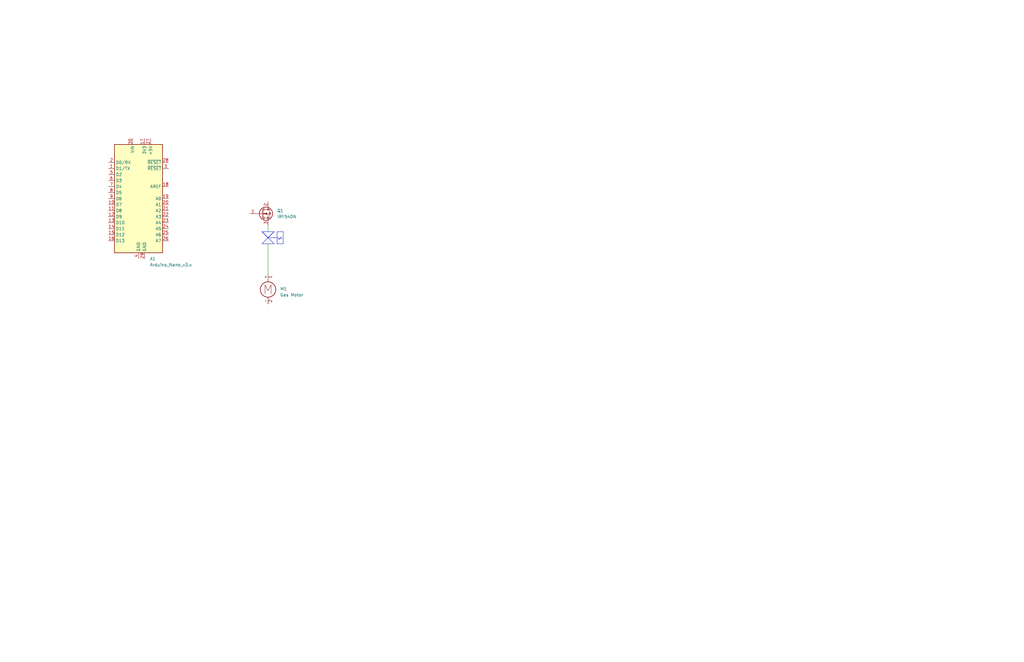
<source format=kicad_sch>
(kicad_sch (version 20231120) (generator "eeschema") (generator_version "8.0")
  (paper "B")
  (title_block (title "Baseball Schematic") (date "2025-08-29") (rev "A"))
  (lib_symbols
    (symbol "MCU_Module:Arduino_Nano_v3.x"
      (property "Reference" "A" (at -10.16 23.495 0))
      (property "Value" "Arduino_Nano_v3.x" (at 5.08 -24.13 0))
      (symbol "Arduino_Nano_v3.x_0_1"
        (rectangle (start -10.16 22.86) (end 10.16 -22.86) (stroke (width 0.254)) (fill (type background)))
      )
      (symbol "Arduino_Nano_v3.x_1_1"
        (pin bidirectional line (at -12.7 12.7 0) (length 2.54) (name "D1/TX") (number "1"))
        (pin bidirectional line (at -12.7 -2.54 0) (length 2.54) (name "D7") (number "10"))
        (pin bidirectional line (at -12.7 -5.08 0) (length 2.54) (name "D8") (number "11"))
        (pin bidirectional line (at -12.7 -7.62 0) (length 2.54) (name "D9") (number "12"))
        (pin bidirectional line (at -12.7 -10.16 0) (length 2.54) (name "D10") (number "13"))
        (pin bidirectional line (at -12.7 -12.7 0) (length 2.54) (name "D11") (number "14"))
        (pin bidirectional line (at -12.7 -15.24 0) (length 2.54) (name "D12") (number "15"))
        (pin bidirectional line (at -12.7 -17.78 0) (length 2.54) (name "D13") (number "16"))
        (pin power_out line (at 2.54 25.4 270) (length 2.54) (name "3V3") (number "17"))
        (pin input line (at 12.7 5.08 180) (length 2.54) (name "AREF") (number "18"))
        (pin bidirectional line (at 12.7 0 180) (length 2.54) (name "A0") (number "19"))
        (pin bidirectional line (at -12.7 15.24 0) (length 2.54) (name "D0/RX") (number "2"))
        (pin bidirectional line (at 12.7 -2.54 180) (length 2.54) (name "A1") (number "20"))
        (pin bidirectional line (at 12.7 -5.08 180) (length 2.54) (name "A2") (number "21"))
        (pin bidirectional line (at 12.7 -7.62 180) (length 2.54) (name "A3") (number "22"))
        (pin bidirectional line (at 12.7 -10.16 180) (length 2.54) (name "A4") (number "23"))
        (pin bidirectional line (at 12.7 -12.7 180) (length 2.54) (name "A5") (number "24"))
        (pin bidirectional line (at 12.7 -15.24 180) (length 2.54) (name "A6") (number "25"))
        (pin bidirectional line (at 12.7 -17.78 180) (length 2.54) (name "A7") (number "26"))
        (pin power_out line (at 5.08 25.4 270) (length 2.54) (name "+5V") (number "27"))
        (pin input line (at 12.7 15.24 180) (length 2.54) (name "~{RESET}") (number "28"))
        (pin power_in line (at 2.54 -25.4 90) (length 2.54) (name "GND") (number "29"))
        (pin input line (at 12.7 12.7 180) (length 2.54) (name "~{RESET}") (number "3"))
        (pin power_in line (at -2.54 25.4 270) (length 2.54) (name "VIN") (number "30"))
        (pin power_in line (at 0 -25.4 90) (length 2.54) (name "GND") (number "4"))
        (pin bidirectional line (at -12.7 10.16 0) (length 2.54) (name "D2") (number "5"))
        (pin bidirectional line (at -12.7 7.62 0) (length 2.54) (name "D3") (number "6"))
        (pin bidirectional line (at -12.7 5.08 0) (length 2.54) (name "D4") (number "7"))
        (pin bidirectional line (at -12.7 2.54 0) (length 2.54) (name "D5") (number "8"))
        (pin bidirectional line (at -12.7 0 0) (length 2.54) (name "D6") (number "9"))
      )
    )
    (symbol "Motor:Motor_DC" (pin_names (offset 0))
      (property "Reference" "M" (at 2.54 2.54 0))
      (property "Value" "Motor_DC" (at 2.54 -5.08 0))
      (symbol "Motor_DC_0_0"
        (polyline (pts (xy -1.27 -3.302) (xy -1.27 0.508) (xy 0 -2.032) (xy 1.27 0.508) (xy 1.27 -3.302)))
      )
      (symbol "Motor_DC_0_1"
        (circle (center 0 -1.524) (radius 3.2512) (stroke (width 0.254)))
        (polyline (pts (xy 0 -7.62) (xy 0 -7.112)))
        (polyline (pts (xy 0 -4.7752) (xy 0 -5.1816)))
        (polyline (pts (xy 0 1.7272) (xy 0 2.0828)))
        (polyline (pts (xy 0 2.032) (xy 0 2.54)))
      )
      (symbol "Motor_DC_1_1"
        (pin passive line (at 0 5.08 270) (length 2.54) (name "+") (number "1"))
        (pin passive line (at 0 -7.62 90) (length 2.54) (name "-") (number "2"))
      )
    )
    (symbol "Transistor_FET:IRF540N" (pin_names hide)
      (property "Reference" "Q" (at 5.08 1.905 0))
      (property "Value" "IRF540N" (at 5.08 0 0))
      (symbol "IRF540N_0_1"
        (polyline (pts (xy 0.254 0) (xy -2.54 0)))
        (polyline (pts (xy 0.254 1.905) (xy 0.254 -1.905)) (stroke (width 0.254)))
        (polyline (pts (xy 0.762 -1.27) (xy 0.762 -2.286)) (stroke (width 0.254)))
        (polyline (pts (xy 0.762 0.508) (xy 0.762 -0.508)) (stroke (width 0.254)))
        (polyline (pts (xy 0.762 2.286) (xy 0.762 1.27)) (stroke (width 0.254)))
        (polyline (pts (xy 2.54 2.54) (xy 2.54 1.778)))
        (polyline (pts (xy 2.54 -2.54) (xy 2.54 0) (xy 0.762 0)))
        (polyline (pts (xy 0.762 -1.778) (xy 3.302 -1.778) (xy 3.302 1.778) (xy 0.762 1.778)))
        (polyline (pts (xy 1.016 0) (xy 2.032 0.381) (xy 2.032 -0.381) (xy 1.016 0)) (fill (type outline)))
        (polyline (pts (xy 2.794 0.508) (xy 2.921 0.381) (xy 3.683 0.381) (xy 3.81 0.254)))
        (polyline (pts (xy 3.302 0.381) (xy 2.921 -0.254) (xy 3.683 -0.254) (xy 3.302 0.381)))
        (circle (center 1.651 0) (radius 2.794) (stroke (width 0.254)))
        (circle (center 2.54 -1.778) (radius 0.254) (fill (type outline)))
        (circle (center 2.54 1.778) (radius 0.254) (fill (type outline)))
      )
      (symbol "IRF540N_1_1"
        (pin input line (at -5.08 0 0) (length 2.54) (name "G") (number "1"))
        (pin passive line (at 2.54 5.08 270) (length 2.54) (name "D") (number "2"))
        (pin passive line (at 2.54 -5.08 90) (length 2.54) (name "S") (number "3"))
      )
    )
  )
  (polyline (pts (xy 113.03 100.33) (xy 116.84 100.33)))
  (polyline (pts (xy 113.03 100.33) (xy 115.57 102.87)))
  (polyline (pts (xy 110.49 97.79) (xy 115.57 97.79)))
  (polyline (pts (xy 110.49 97.79) (xy 113.03 100.33)))
  (polyline (pts (xy 110.49 102.87) (xy 115.57 102.87)))
  (polyline (pts (xy 119.38 97.79) (xy 119.38 102.87)))
  (polyline (pts (xy 116.84 97.79) (xy 116.84 100.33)))
  (polyline (pts (xy 110.49 97.79) (xy 113.03 100.33)))
  (wire (pts (xy 113.03 95.25) (xy 113.03 97.79)))
  (polyline (pts (xy 116.84 100.33) (xy 116.84 102.87)))
  (polyline (pts (xy 116.84 97.79) (xy 119.38 97.79)))
  (polyline (pts (xy 113.03 100.33) (xy 115.57 97.79)))
  (polyline (pts (xy 116.84 102.87) (xy 119.38 102.87)))
  (wire (pts (xy 113.03 102.87) (xy 113.03 115.57)))
  (polyline (pts (xy 113.03 100.33) (xy 114.3 99.06)))
  (polyline (pts (xy 114.3 99.06) (xy 115.57 97.79)))
  (polyline (pts (xy 110.49 102.87) (xy 113.03 100.33)))
  (text "S" (exclude_from_sim yes) (at 118.11 100.838 90) (effects (font (size 1.27 1.27))))
  (symbol (lib_id "MCU_Module:Arduino_Nano_v3.x") (at 58.42 83.82 0) (unit 1)
    (property "Reference" "A1" (at 63.1541 109.22 0) (effects (justify left)))
    (property "Value" "Arduino_Nano_v3.x" (at 63.1541 111.76 0) (effects (justify left)))
    (property "Footprint" "Module:Arduino_Nano" (effects (hide yes)))
    (property "Datasheet" "http://www.mouser.com/pdfdocs/Gravitech_Arduino_Nano3_0.pdf" (effects (hide yes)))
    (property "Description" "Arduino Nano v3.x" (effects (hide yes)))
  )
  (symbol (lib_id "Transistor_FET:IRF540N") (at 110.49 90.17 0) (unit 1)
    (property "Reference" "Q1" (at 116.84 88.8999 0) (effects (justify left)))
    (property "Value" "IRF540N" (at 116.84 91.4399 0) (effects (justify left)))
    (property "Footprint" "Package_TO_SOT_THT:TO-220-3_Vertical" (effects (hide yes)))
    (property "Datasheet" "http://www.irf.com/product-info/datasheets/data/irf540n.pdf" (effects (hide yes)))
    (property "Description" "33A Id, 100V Vds, HEXFET N-Channel MOSFET, TO-220" (effects (hide yes)))
  )
  (symbol (lib_id "Motor:Motor_DC") (at 113.03 120.65 0) (unit 1)
    (property "Reference" "M1" (at 118.11 121.9199 0) (effects (justify left)))
    (property "Value" "Gas Motor" (at 118.11 124.4599 0) (effects (justify left)))
    (property "Description" "DC Motor" (effects (hide yes)))
  )
)
</source>
